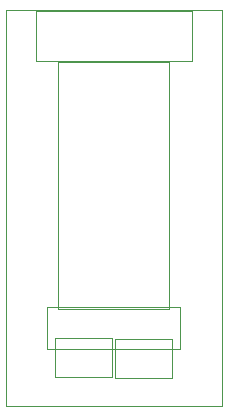
<source format=gbr>
%TF.GenerationSoftware,KiCad,Pcbnew,5.1.7+dfsg1-1~bpo10+1*%
%TF.CreationDate,Date%
%TF.ProjectId,ProMicro_CONN,50726f4d-6963-4726-9f5f-434f4e4e2e6b,v1.4*%
%TF.SameCoordinates,Original*%
%TF.FileFunction,Other,User*%
%FSLAX46Y46*%
G04 Gerber Fmt 4.6, Leading zero omitted, Abs format (unit mm)*
G04 Created by KiCad*
%MOMM*%
%LPD*%
G01*
G04 APERTURE LIST*
%ADD10C,0.050000*%
G04 APERTURE END LIST*
D10*
%TO.C,J1*%
X12300000Y4175000D02*
X12300000Y25035000D01*
X12300000Y25035000D02*
X2940000Y25035000D01*
X2940000Y25035000D02*
X2940000Y4175000D01*
X2940000Y4175000D02*
X12300000Y4175000D01*
%TO.C,A1*%
X-1520000Y-4060000D02*
X16760000Y-4060000D01*
X-1520000Y-4060000D02*
X-1520000Y29460000D01*
X16760000Y29460000D02*
X16760000Y-4060000D01*
X16760000Y29460000D02*
X-1520000Y29460000D01*
%TO.C,SW2*%
X7480000Y-1650000D02*
X2680000Y-1650000D01*
X2680000Y-1650000D02*
X2680000Y1650000D01*
X2680000Y1650000D02*
X7480000Y1650000D01*
X7480000Y1650000D02*
X7480000Y-1650000D01*
%TO.C,J2*%
X1040000Y29337000D02*
X1040000Y25146000D01*
X14224000Y29337000D02*
X1040000Y29337000D01*
X14224000Y25146000D02*
X14224000Y29337000D01*
X1040000Y25146000D02*
X14224000Y25146000D01*
%TO.C,SW1*%
X7760000Y1586548D02*
X12560000Y1586548D01*
X12560000Y1586548D02*
X12560000Y-1713452D01*
X12560000Y-1713452D02*
X7760000Y-1713452D01*
X7760000Y-1713452D02*
X7760000Y1586548D01*
%TO.C,J3*%
X2010000Y740000D02*
X2010000Y4340000D01*
X13210000Y740000D02*
X2010000Y740000D01*
X13210000Y4340000D02*
X13210000Y740000D01*
X2010000Y4340000D02*
X13210000Y4340000D01*
%TD*%
M02*

</source>
